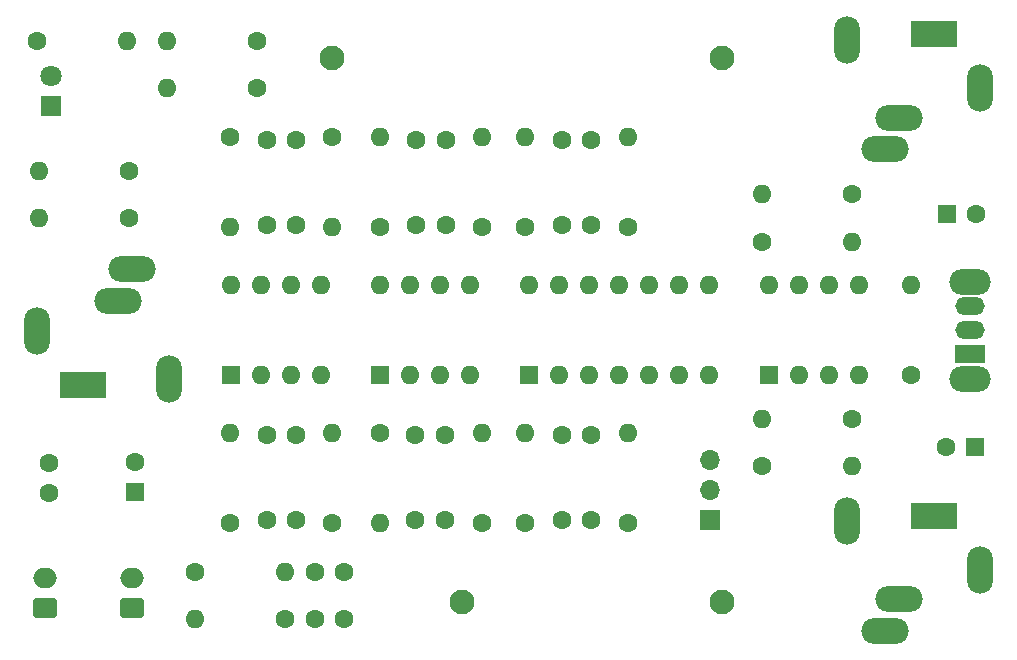
<source format=gts>
%TF.GenerationSoftware,KiCad,Pcbnew,8.0.2*%
%TF.CreationDate,2025-06-13T16:45:19+05:30*%
%TF.ProjectId,final schematics,66696e61-6c20-4736-9368-656d61746963,1.0*%
%TF.SameCoordinates,Original*%
%TF.FileFunction,Soldermask,Top*%
%TF.FilePolarity,Negative*%
%FSLAX46Y46*%
G04 Gerber Fmt 4.6, Leading zero omitted, Abs format (unit mm)*
G04 Created by KiCad (PCBNEW 8.0.2) date 2025-06-13 16:45:19*
%MOMM*%
%LPD*%
G01*
G04 APERTURE LIST*
G04 Aperture macros list*
%AMRoundRect*
0 Rectangle with rounded corners*
0 $1 Rounding radius*
0 $2 $3 $4 $5 $6 $7 $8 $9 X,Y pos of 4 corners*
0 Add a 4 corners polygon primitive as box body*
4,1,4,$2,$3,$4,$5,$6,$7,$8,$9,$2,$3,0*
0 Add four circle primitives for the rounded corners*
1,1,$1+$1,$2,$3*
1,1,$1+$1,$4,$5*
1,1,$1+$1,$6,$7*
1,1,$1+$1,$8,$9*
0 Add four rect primitives between the rounded corners*
20,1,$1+$1,$2,$3,$4,$5,0*
20,1,$1+$1,$4,$5,$6,$7,0*
20,1,$1+$1,$6,$7,$8,$9,0*
20,1,$1+$1,$8,$9,$2,$3,0*%
G04 Aperture macros list end*
%ADD10C,1.600000*%
%ADD11O,1.600000X1.600000*%
%ADD12RoundRect,0.250000X0.750000X-0.600000X0.750000X0.600000X-0.750000X0.600000X-0.750000X-0.600000X0*%
%ADD13O,2.000000X1.700000*%
%ADD14R,1.600000X1.600000*%
%ADD15C,2.100000*%
%ADD16R,1.700000X1.700000*%
%ADD17O,1.700000X1.700000*%
%ADD18O,4.000000X2.200000*%
%ADD19O,2.200000X4.000000*%
%ADD20R,4.000000X2.200000*%
%ADD21O,3.500000X2.200000*%
%ADD22R,2.500000X1.500000*%
%ADD23O,2.500000X1.500000*%
%ADD24R,1.800000X1.800000*%
%ADD25C,1.800000*%
G04 APERTURE END LIST*
D10*
%TO.C,C7*%
X122000000Y-128500000D03*
X124500000Y-128500000D03*
%TD*%
%TO.C,R8*%
X159900000Y-115500000D03*
D11*
X167520000Y-115500000D03*
%TD*%
D12*
%TO.C,J6*%
X106500000Y-127500000D03*
D13*
X106500000Y-125000000D03*
%TD*%
D14*
%TO.C,U3*%
X127510000Y-107800000D03*
D11*
X130050000Y-107800000D03*
X132590000Y-107800000D03*
X135130000Y-107800000D03*
X135130000Y-100180000D03*
X132590000Y-100180000D03*
X130050000Y-100180000D03*
X127510000Y-100180000D03*
%TD*%
D10*
%TO.C,C16*%
X130585000Y-87890000D03*
X133085000Y-87890000D03*
%TD*%
D15*
%TO.C,H2*%
X156500000Y-81000000D03*
%TD*%
D10*
%TO.C,R2*%
X106310000Y-90500000D03*
D11*
X98690000Y-90500000D03*
%TD*%
D10*
%TO.C,R16*%
X119500000Y-128500000D03*
D11*
X111880000Y-128500000D03*
%TD*%
D10*
%TO.C,R22*%
X114830000Y-87690000D03*
D11*
X114830000Y-95310000D03*
%TD*%
D10*
%TO.C,R18*%
X127500000Y-95310000D03*
D11*
X127500000Y-87690000D03*
%TD*%
D10*
%TO.C,R6*%
X106310000Y-94500000D03*
D11*
X98690000Y-94500000D03*
%TD*%
D10*
%TO.C,R20*%
X139830000Y-95310000D03*
D11*
X139830000Y-87690000D03*
%TD*%
D10*
%TO.C,R17*%
X123500000Y-120310000D03*
D11*
X123500000Y-112690000D03*
%TD*%
D10*
%TO.C,R21*%
X148500000Y-95310000D03*
D11*
X148500000Y-87690000D03*
%TD*%
D10*
%TO.C,R5*%
X117120000Y-83500000D03*
D11*
X109500000Y-83500000D03*
%TD*%
D10*
%TO.C,C18*%
X117915000Y-95110000D03*
X120415000Y-95110000D03*
%TD*%
%TO.C,R1*%
X167520000Y-92500000D03*
D11*
X159900000Y-92500000D03*
%TD*%
D16*
%TO.C,J7*%
X155500000Y-120040000D03*
D17*
X155500000Y-117500000D03*
X155500000Y-114960000D03*
%TD*%
D14*
%TO.C,U2*%
X160420000Y-107800000D03*
D11*
X162960000Y-107800000D03*
X165500000Y-107800000D03*
X168040000Y-107800000D03*
X168040000Y-100180000D03*
X165500000Y-100180000D03*
X162960000Y-100180000D03*
X160420000Y-100180000D03*
%TD*%
D10*
%TO.C,R24*%
X98500000Y-79500000D03*
D11*
X106120000Y-79500000D03*
%TD*%
D10*
%TO.C,C4*%
X142915000Y-120110000D03*
X145415000Y-120110000D03*
%TD*%
%TO.C,R4*%
X117120000Y-79500000D03*
D11*
X109500000Y-79500000D03*
%TD*%
D10*
%TO.C,C13*%
X130585000Y-95110000D03*
X133085000Y-95110000D03*
%TD*%
D18*
%TO.C,J1*%
X170300000Y-88700000D03*
X171500000Y-86000000D03*
D19*
X178300000Y-83500000D03*
D20*
X174400000Y-78900000D03*
D19*
X167100000Y-79400000D03*
%TD*%
D15*
%TO.C,H1*%
X123500000Y-81000000D03*
%TD*%
D10*
%TO.C,C12*%
X99500000Y-117750000D03*
X99500000Y-115250000D03*
%TD*%
%TO.C,C10*%
X117915000Y-112890000D03*
X120415000Y-112890000D03*
%TD*%
D18*
%TO.C,J4*%
X170300000Y-129500000D03*
X171500000Y-126800000D03*
D19*
X178300000Y-124300000D03*
D20*
X174400000Y-119700000D03*
D19*
X167100000Y-120200000D03*
%TD*%
D10*
%TO.C,R14*%
X148500000Y-120310000D03*
D11*
X148500000Y-112690000D03*
%TD*%
D10*
%TO.C,R19*%
X136170000Y-95310000D03*
D11*
X136170000Y-87690000D03*
%TD*%
D10*
%TO.C,R10*%
X111880000Y-124500000D03*
D11*
X119500000Y-124500000D03*
%TD*%
D12*
%TO.C,J5*%
X99200000Y-127500000D03*
D13*
X99200000Y-125000000D03*
%TD*%
D10*
%TO.C,R23*%
X123500000Y-87690000D03*
D11*
X123500000Y-95310000D03*
%TD*%
D10*
%TO.C,C6*%
X120415000Y-120110000D03*
X117915000Y-120110000D03*
%TD*%
D14*
%TO.C,U1*%
X114880000Y-107800000D03*
D11*
X117420000Y-107800000D03*
X119960000Y-107800000D03*
X122500000Y-107800000D03*
X122500000Y-100180000D03*
X119960000Y-100180000D03*
X117420000Y-100180000D03*
X114880000Y-100180000D03*
%TD*%
D10*
%TO.C,C14*%
X142915000Y-95110000D03*
X145415000Y-95110000D03*
%TD*%
D14*
%TO.C,C1*%
X177910225Y-113857500D03*
D10*
X175410225Y-113857500D03*
%TD*%
%TO.C,C8*%
X133000000Y-120110000D03*
X130500000Y-120110000D03*
%TD*%
%TO.C,R13*%
X139830000Y-120310000D03*
D11*
X139830000Y-112690000D03*
%TD*%
D10*
%TO.C,R12*%
X136170000Y-120310000D03*
D11*
X136170000Y-112690000D03*
%TD*%
D18*
%TO.C,J3*%
X106500000Y-98857500D03*
X105300000Y-101557500D03*
D19*
X98500000Y-104057500D03*
D20*
X102400000Y-108657500D03*
D19*
X109700000Y-108157500D03*
%TD*%
D10*
%TO.C,R9*%
X167520000Y-111500000D03*
D11*
X159900000Y-111500000D03*
%TD*%
D21*
%TO.C,SW1*%
X177500000Y-108100000D03*
X177500000Y-99900000D03*
D22*
X177500000Y-106000000D03*
D23*
X177500000Y-104000000D03*
X177500000Y-102000000D03*
%TD*%
D10*
%TO.C,R7*%
X159900000Y-96500000D03*
D11*
X167520000Y-96500000D03*
%TD*%
D14*
%TO.C,C11*%
X106800000Y-117705113D03*
D10*
X106800000Y-115205113D03*
%TD*%
%TO.C,R3*%
X172500000Y-107810000D03*
D11*
X172500000Y-100190000D03*
%TD*%
D14*
%TO.C,U4*%
X140140000Y-107800000D03*
D11*
X142680000Y-107800000D03*
X145220000Y-107800000D03*
X147760000Y-107800000D03*
X150300000Y-107800000D03*
X152840000Y-107800000D03*
X155380000Y-107800000D03*
X155380000Y-100180000D03*
X152840000Y-100180000D03*
X150300000Y-100180000D03*
X147760000Y-100180000D03*
X145220000Y-100180000D03*
X142680000Y-100180000D03*
X140140000Y-100180000D03*
%TD*%
D14*
%TO.C,C2*%
X175500000Y-94142500D03*
D10*
X178000000Y-94142500D03*
%TD*%
D24*
%TO.C,D1*%
X99700000Y-85051283D03*
D25*
X99700000Y-82511283D03*
%TD*%
D10*
%TO.C,R15*%
X114830000Y-120310000D03*
D11*
X114830000Y-112690000D03*
%TD*%
D10*
%TO.C,C5*%
X124500000Y-124500000D03*
X122000000Y-124500000D03*
%TD*%
%TO.C,C15*%
X120415000Y-87890000D03*
X117915000Y-87890000D03*
%TD*%
%TO.C,C9*%
X142915000Y-112890000D03*
X145415000Y-112890000D03*
%TD*%
D15*
%TO.C,H4*%
X134500000Y-127000000D03*
%TD*%
%TO.C,H3*%
X156500000Y-127000000D03*
%TD*%
D10*
%TO.C,C17*%
X142915000Y-87890000D03*
X145415000Y-87890000D03*
%TD*%
%TO.C,R11*%
X127500000Y-112690000D03*
D11*
X127500000Y-120310000D03*
%TD*%
D10*
%TO.C,C3*%
X130500000Y-112890000D03*
X133000000Y-112890000D03*
%TD*%
M02*

</source>
